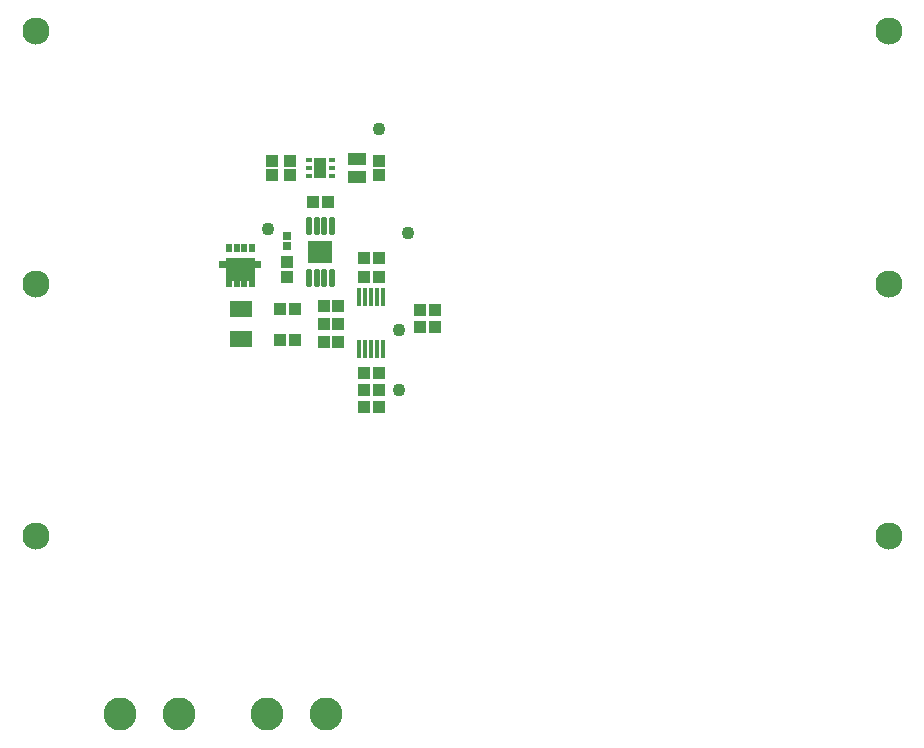
<source format=gbr>
%TF.GenerationSoftware,Altium Limited,Altium Designer,21.6.1 (37)*%
G04 Layer_Color=16711935*
%FSLAX45Y45*%
%MOMM*%
%TF.SameCoordinates,713E3131-B0EE-4415-9D9D-843BC13DAD56*%
%TF.FilePolarity,Negative*%
%TF.FileFunction,Soldermask,Bot*%
%TF.Part,Single*%
G01*
G75*
%TA.AperFunction,ViaPad*%
%ADD12C,0.50000*%
%ADD13C,0.40000*%
%TA.AperFunction,SMDPad,CuDef*%
%ADD39R,1.05000X1.10000*%
%ADD40C,1.10000*%
G04:AMPARAMS|DCode=41|XSize=0.55mm|YSize=0.4mm|CornerRadius=0.11mm|HoleSize=0mm|Usage=FLASHONLY|Rotation=180.000|XOffset=0mm|YOffset=0mm|HoleType=Round|Shape=RoundedRectangle|*
%AMROUNDEDRECTD41*
21,1,0.55000,0.18000,0,0,180.0*
21,1,0.33000,0.40000,0,0,180.0*
1,1,0.22000,-0.16500,0.09000*
1,1,0.22000,0.16500,0.09000*
1,1,0.22000,0.16500,-0.09000*
1,1,0.22000,-0.16500,-0.09000*
%
%ADD41ROUNDEDRECTD41*%
G04:AMPARAMS|DCode=42|XSize=1.1mm|YSize=1.7mm|CornerRadius=0.11mm|HoleSize=0mm|Usage=FLASHONLY|Rotation=180.000|XOffset=0mm|YOffset=0mm|HoleType=Round|Shape=RoundedRectangle|*
%AMROUNDEDRECTD42*
21,1,1.10000,1.48000,0,0,180.0*
21,1,0.88000,1.70000,0,0,180.0*
1,1,0.22000,-0.44000,0.74000*
1,1,0.22000,0.44000,0.74000*
1,1,0.22000,0.44000,-0.74000*
1,1,0.22000,-0.44000,-0.74000*
%
%ADD42ROUNDEDRECTD42*%
%ADD43R,1.10000X1.05000*%
%ADD44R,1.60000X1.00000*%
%ADD45R,0.75000X0.65000*%
%ADD46R,0.52000X0.76000*%
%ADD47R,0.58000X0.58000*%
%ADD48R,1.95000X1.35000*%
G04:AMPARAMS|DCode=49|XSize=0.4mm|YSize=1.55mm|CornerRadius=0.083mm|HoleSize=0mm|Usage=FLASHONLY|Rotation=0.000|XOffset=0mm|YOffset=0mm|HoleType=Round|Shape=RoundedRectangle|*
%AMROUNDEDRECTD49*
21,1,0.40000,1.38400,0,0,0.0*
21,1,0.23400,1.55000,0,0,0.0*
1,1,0.16600,0.11700,-0.69200*
1,1,0.16600,-0.11700,-0.69200*
1,1,0.16600,-0.11700,0.69200*
1,1,0.16600,0.11700,0.69200*
%
%ADD49ROUNDEDRECTD49*%
G04:AMPARAMS|DCode=50|XSize=0.55mm|YSize=1.5mm|CornerRadius=0.0995mm|HoleSize=0mm|Usage=FLASHONLY|Rotation=0.000|XOffset=0mm|YOffset=0mm|HoleType=Round|Shape=RoundedRectangle|*
%AMROUNDEDRECTD50*
21,1,0.55000,1.30100,0,0,0.0*
21,1,0.35100,1.50000,0,0,0.0*
1,1,0.19900,0.17550,-0.65050*
1,1,0.19900,-0.17550,-0.65050*
1,1,0.19900,-0.17550,0.65050*
1,1,0.19900,0.17550,0.65050*
%
%ADD50ROUNDEDRECTD50*%
%TA.AperFunction,SMDPad,SMDef*%
G04:AMPARAMS|DCode=51|XSize=2mm|YSize=1.9mm|CornerRadius=0.05mm|HoleSize=0mm|Usage=FLASHONLY|Rotation=180.000|XOffset=0mm|YOffset=0mm|HoleType=Round|Shape=RoundedRectangle|*
%AMROUNDEDRECTD51*
21,1,2.00000,1.80000,0,0,180.0*
21,1,1.90000,1.90000,0,0,180.0*
1,1,0.10000,-0.95000,0.90000*
1,1,0.10000,0.95000,0.90000*
1,1,0.10000,0.95000,-0.90000*
1,1,0.10000,-0.95000,-0.90000*
%
%ADD51ROUNDEDRECTD51*%
%TA.AperFunction,ComponentPad*%
%ADD52C,2.30000*%
%ADD53C,0.10000*%
%ADD54C,2.80000*%
G36*
X2242980Y4253928D02*
X2243923Y4253642D01*
X2244791Y4253177D01*
X2245553Y4252553D01*
X2246177Y4251791D01*
X2246642Y4250923D01*
X2246928Y4249980D01*
X2247024Y4249000D01*
Y4236024D01*
X2296500D01*
X2297480Y4235928D01*
X2298423Y4235642D01*
X2299291Y4235177D01*
X2300053Y4234553D01*
X2300677Y4233791D01*
X2301142Y4232923D01*
X2301428Y4231980D01*
X2301524Y4231000D01*
Y4174000D01*
X2301428Y4173020D01*
X2301142Y4172078D01*
X2300677Y4171209D01*
X2300053Y4170447D01*
X2299291Y4169823D01*
X2298423Y4169358D01*
X2297480Y4169072D01*
X2296500Y4168976D01*
X2247024D01*
Y4019000D01*
X2246928Y4018020D01*
X2246642Y4017078D01*
X2246177Y4016209D01*
X2245553Y4015447D01*
X2244791Y4014823D01*
X2243923Y4014358D01*
X2242980Y4014072D01*
X2242000Y4013976D01*
X2200000D01*
X2199020Y4014072D01*
X2198078Y4014358D01*
X2197209Y4014823D01*
X2196447Y4015447D01*
X2195823Y4016209D01*
X2195359Y4017078D01*
X2195073Y4018020D01*
X2194976Y4019000D01*
Y4060976D01*
X2182024D01*
Y4019000D01*
X2181928Y4018020D01*
X2181642Y4017078D01*
X2181178Y4016209D01*
X2180553Y4015447D01*
X2179791Y4014823D01*
X2178923Y4014358D01*
X2177980Y4014072D01*
X2177000Y4013976D01*
X2135000D01*
X2134020Y4014072D01*
X2133078Y4014358D01*
X2132209Y4014823D01*
X2131448Y4015447D01*
X2130823Y4016209D01*
X2130359Y4017078D01*
X2130073Y4018020D01*
X2129976Y4019000D01*
Y4060976D01*
X2117024D01*
Y4019000D01*
X2116928Y4018020D01*
X2116642Y4017078D01*
X2116177Y4016209D01*
X2115553Y4015447D01*
X2114791Y4014823D01*
X2113923Y4014358D01*
X2112980Y4014072D01*
X2112000Y4013976D01*
X2070000D01*
X2069020Y4014072D01*
X2068078Y4014358D01*
X2067209Y4014823D01*
X2066447Y4015447D01*
X2065823Y4016209D01*
X2065359Y4017078D01*
X2065073Y4018020D01*
X2064976Y4019000D01*
Y4060976D01*
X2052024D01*
Y4019000D01*
X2051928Y4018020D01*
X2051642Y4017078D01*
X2051178Y4016209D01*
X2050553Y4015447D01*
X2049791Y4014823D01*
X2048923Y4014358D01*
X2047980Y4014072D01*
X2047000Y4013976D01*
X2005000D01*
X2004020Y4014072D01*
X2003078Y4014358D01*
X2002209Y4014823D01*
X2001448Y4015447D01*
X2000823Y4016209D01*
X2000359Y4017078D01*
X2000073Y4018020D01*
X1999976Y4019000D01*
Y4168976D01*
X1950500D01*
X1949520Y4169072D01*
X1948578Y4169358D01*
X1947709Y4169823D01*
X1946948Y4170447D01*
X1946323Y4171209D01*
X1945859Y4172078D01*
X1945573Y4173020D01*
X1945476Y4174000D01*
Y4231000D01*
X1945573Y4231980D01*
X1945859Y4232923D01*
X1946323Y4233791D01*
X1946948Y4234553D01*
X1947709Y4235177D01*
X1948578Y4235642D01*
X1949520Y4235928D01*
X1950500Y4236024D01*
X1999976D01*
Y4249000D01*
X2000073Y4249980D01*
X2000359Y4250923D01*
X2000823Y4251791D01*
X2001448Y4252553D01*
X2002209Y4253177D01*
X2003078Y4253642D01*
X2004020Y4253928D01*
X2005000Y4254024D01*
X2242000D01*
X2242980Y4253928D01*
D02*
G37*
D12*
X2800000Y4365000D02*
D03*
Y4255000D02*
D03*
D13*
X2800000Y5075000D02*
D03*
Y4965000D02*
D03*
D39*
X3647500Y3670000D02*
D03*
X3772500D02*
D03*
Y3820000D02*
D03*
X3647500D02*
D03*
X2740000Y4730000D02*
D03*
X2865000D02*
D03*
X3292500Y3140000D02*
D03*
X3167500D02*
D03*
X3292500Y3000000D02*
D03*
X3167500D02*
D03*
Y3280000D02*
D03*
X3292500D02*
D03*
X3167500Y4100000D02*
D03*
X3292500D02*
D03*
X2952500Y3550000D02*
D03*
X2827500D02*
D03*
X2457500Y3830000D02*
D03*
X2582500D02*
D03*
X2457500Y3560000D02*
D03*
X2582500D02*
D03*
X2827500Y3850000D02*
D03*
X2952500D02*
D03*
Y3700000D02*
D03*
X2827500D02*
D03*
X3167500Y4260000D02*
D03*
X3292500D02*
D03*
D40*
X3470000Y3650000D02*
D03*
X3300000Y5350000D02*
D03*
X2360000Y4500000D02*
D03*
X3540000Y4470000D02*
D03*
X3470000Y3140000D02*
D03*
D41*
X2897500Y5020000D02*
D03*
Y4955000D02*
D03*
X2702500D02*
D03*
Y5085000D02*
D03*
X2897500D02*
D03*
X2702500Y5020000D02*
D03*
D42*
X2800000D02*
D03*
D43*
X3300000Y5082500D02*
D03*
Y4957500D02*
D03*
X2390000Y5082500D02*
D03*
Y4957500D02*
D03*
X2540000Y5082500D02*
D03*
Y4957500D02*
D03*
X2520000Y4097500D02*
D03*
Y4222500D02*
D03*
D44*
X3110000Y5100000D02*
D03*
Y4940000D02*
D03*
D45*
X2520000Y4442500D02*
D03*
Y4357500D02*
D03*
D46*
X2091000Y4346000D02*
D03*
X2221000D02*
D03*
X2156000D02*
D03*
X2026000D02*
D03*
D47*
X2123500Y4202500D02*
D03*
D48*
X2130000Y3827500D02*
D03*
Y3572500D02*
D03*
D49*
X3130000Y3490000D02*
D03*
X3180000D02*
D03*
X3330000Y3930000D02*
D03*
Y3490000D02*
D03*
X3280000D02*
D03*
X3230000D02*
D03*
Y3930000D02*
D03*
X3280000D02*
D03*
X3180000D02*
D03*
X3130000D02*
D03*
D50*
X2897500Y4090000D02*
D03*
X2832500D02*
D03*
X2767500D02*
D03*
X2702500D02*
D03*
X2832500Y4530000D02*
D03*
X2897500D02*
D03*
X2767500D02*
D03*
X2702500D02*
D03*
D51*
X2800000Y4310000D02*
D03*
D52*
X7611000Y6180000D02*
D03*
X389000Y6180000D02*
D03*
X7611000Y4040000D02*
D03*
X389000Y4040000D02*
D03*
X7611000Y1900000D02*
D03*
X389000Y1900000D02*
D03*
D53*
X1227000Y5393000D02*
D03*
Y3253000D02*
D03*
Y1113000D02*
D03*
D54*
X2850000Y400000D02*
D03*
X2350000D02*
D03*
X1600000D02*
D03*
X1100000D02*
D03*
%TF.MD5,59654db20d0e96bb82bed1bbabede6a7*%
M02*

</source>
